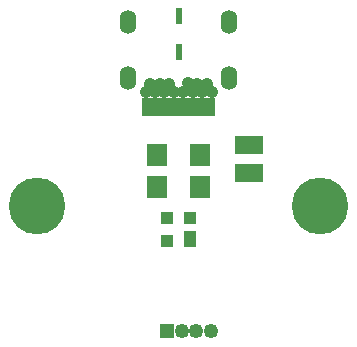
<source format=gts>
G04 #@! TF.GenerationSoftware,KiCad,Pcbnew,(5.1.2-1)-1*
G04 #@! TF.CreationDate,2019-10-04T22:48:54-06:00*
G04 #@! TF.ProjectId,USBCBreakout,55534243-4272-4656-916b-6f75742e6b69,rev?*
G04 #@! TF.SameCoordinates,Original*
G04 #@! TF.FileFunction,Soldermask,Top*
G04 #@! TF.FilePolarity,Negative*
%FSLAX46Y46*%
G04 Gerber Fmt 4.6, Leading zero omitted, Abs format (unit mm)*
G04 Created by KiCad (PCBNEW (5.1.2-1)-1) date 2019-10-04 22:48:54*
%MOMM*%
%LPD*%
G04 APERTURE LIST*
%ADD10R,0.700000X1.600000*%
%ADD11C,1.050000*%
%ADD12R,0.600000X1.400000*%
%ADD13O,1.400000X2.000000*%
%ADD14R,2.430000X1.540000*%
%ADD15R,1.700000X1.900000*%
%ADD16C,4.800000*%
%ADD17C,1.250000*%
%ADD18R,1.250000X1.250000*%
%ADD19R,1.100000X1.000000*%
%ADD20R,1.100000X1.400000*%
G04 APERTURE END LIST*
D10*
X102762416Y-49870592D03*
X102262416Y-49870592D03*
X101762416Y-49870592D03*
X101262416Y-49870592D03*
X100762416Y-49870592D03*
X100262416Y-49870592D03*
X99762416Y-49870592D03*
X99262416Y-49870592D03*
X98762416Y-49870592D03*
X98262416Y-49870592D03*
X97762416Y-49870592D03*
X97262416Y-49870592D03*
D11*
X97212416Y-48620592D03*
X97612416Y-47920592D03*
X98012416Y-48620592D03*
X98412416Y-47920592D03*
X98812416Y-48620592D03*
X99212416Y-47920592D03*
X99612416Y-48620592D03*
X100412416Y-48620592D03*
X100812416Y-47910592D03*
X101212416Y-48620592D03*
X101612416Y-47920592D03*
X102412416Y-47920592D03*
X102012416Y-48620592D03*
D12*
X100012416Y-45290592D03*
X100012416Y-42190592D03*
D13*
X104282416Y-47470592D03*
X104282416Y-42740592D03*
X95742416Y-42740592D03*
X95742416Y-47470592D03*
D11*
X102812416Y-48620592D03*
D14*
X106012416Y-53090592D03*
X106012416Y-55490592D03*
D15*
X101798352Y-53940592D03*
X101798352Y-56640592D03*
X98226480Y-53940592D03*
X98226480Y-56640592D03*
D16*
X112012416Y-58290592D03*
X88012416Y-58290592D03*
D17*
X102762416Y-68900000D03*
X101512416Y-68900000D03*
X100262416Y-68900000D03*
D18*
X99012416Y-68900000D03*
D19*
X99012416Y-59340592D03*
X101012416Y-59340592D03*
X99012416Y-61240592D03*
D20*
X101012416Y-61040592D03*
M02*

</source>
